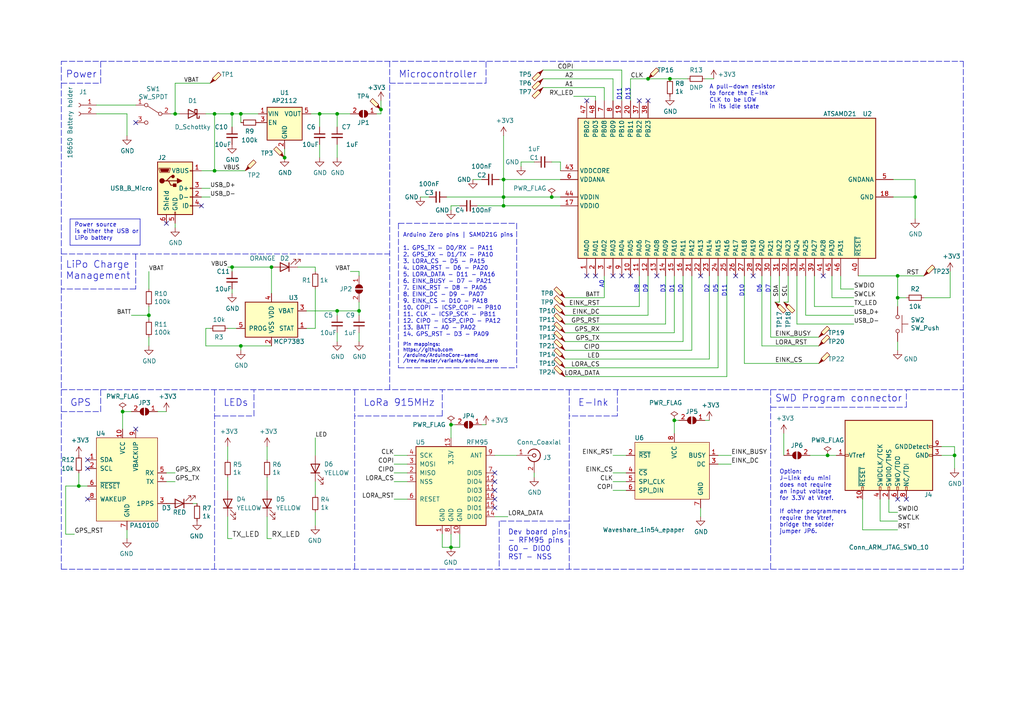
<source format=kicad_sch>
(kicad_sch (version 20211123) (generator eeschema)
  (paper "A4")
  (title_block (title "Oak") (date "2021-10-05") (rev "V1.3.2") (company "Hutscape") (comment 1 "Description: Outdoor LoRa-GPS tracker with E-Ink display") (comment 2 "License: CC-BY-SA 4.0 or TAPR") (comment 3 "Project website: https://hutscape.com/oak") (comment 4 "Authored by: Sayanee Basu <sayanee@gmail.com>"))
  (junction (at 146.05 57.15))
  (junction (at 265.43 57.15))
  (junction (at 104.14 90.17))
  (junction (at 146.05 59.69))
  (junction (at 67.31 33.02))
  (junction (at 130.81 123.19))
  (junction (at 130.81 158.75))
  (junction (at 97.79 33.02))
  (junction (at 67.31 77.47))
  (junction (at 260.35 86.36))
  (junction (at 22.86 140.97))
  (junction (at 78.74 77.47))
  (junction (at 187.96 22.86))
  (junction (at 110.49 31.75))
  (junction (at 276.86 132.08))
  (junction (at 62.23 49.53))
  (junction (at 69.85 33.02))
  (junction (at 82.55 45.72))
  (junction (at 50.8 33.02))
  (junction (at 35.56 119.38))
  (junction (at 160.02 57.15))
  (junction (at 43.18 91.44))
  (junction (at 146.05 52.07))
  (junction (at 194.31 22.86))
  (junction (at 69.85 100.33))
  (junction (at 97.79 90.17))
  (junction (at 62.23 33.02))
  (junction (at 92.71 33.02))
  (junction (at 195.58 121.92))
  (junction (at 240.03 132.08))
  (junction (at 260.35 80.01))
  (no_connect (at 170.18 29.21))
  (no_connect (at 48.26 64.77))
  (no_connect (at 143.51 147.32))
  (no_connect (at 177.8 80.01))
  (no_connect (at 39.37 35.56))
  (no_connect (at 182.88 80.01))
  (no_connect (at 25.4 135.89))
  (no_connect (at 170.18 80.01))
  (no_connect (at 262.89 144.78))
  (no_connect (at 190.5 80.01))
  (no_connect (at 25.4 133.35))
  (no_connect (at 172.72 80.01))
  (no_connect (at 143.51 139.7))
  (no_connect (at 260.35 144.78))
  (no_connect (at 187.96 29.21))
  (no_connect (at 180.34 80.01))
  (no_connect (at 218.44 80.01))
  (no_connect (at 185.42 29.21))
  (no_connect (at 213.36 80.01))
  (no_connect (at 238.76 80.01))
  (no_connect (at 143.51 144.78))
  (no_connect (at 58.42 59.69))
  (no_connect (at 143.51 137.16))
  (no_connect (at 25.4 144.78))
  (no_connect (at 143.51 142.24))
  (no_connect (at 39.37 124.46))
  (no_connect (at 203.2 80.01))
  (wire (pts (xy 50.8 24.13) (xy 60.96 24.13)))
  (wire (pts (xy 104.14 87.63) (xy 104.14 90.17)))
  (polyline (pts (xy 179.07 113.03) (xy 179.07 120.65)))
  (wire (pts (xy 110.49 29.21) (xy 110.49 31.75)))
  (wire (pts (xy 50.8 64.77) (xy 50.8 66.04)))
  (wire (pts (xy 110.49 31.75) (xy 110.49 33.02)))
  (wire (pts (xy 48.26 139.7) (xy 50.8 139.7)))
  (wire (pts (xy 66.04 149.86) (xy 66.04 156.21)))
  (polyline (pts (xy 17.78 24.13) (xy 29.21 24.13)))
  (wire (pts (xy 143.51 132.08) (xy 149.86 132.08)))
  (wire (pts (xy 97.79 90.17) (xy 104.14 90.17)))
  (wire (pts (xy 92.71 33.02) (xy 97.79 33.02)))
  (wire (pts (xy 177.8 139.7) (xy 181.61 139.7)))
  (wire (pts (xy 55.88 146.05) (xy 57.15 146.05)))
  (polyline (pts (xy 39.37 83.82) (xy 17.78 83.82)))
  (wire (pts (xy 67.31 83.82) (xy 67.31 85.09)))
  (wire (pts (xy 242.57 132.08) (xy 240.03 132.08)))
  (polyline (pts (xy 262.89 118.11) (xy 262.89 113.03)))
  (wire (pts (xy 143.51 149.86) (xy 147.32 149.86)))
  (polyline (pts (xy 17.78 165.1) (xy 17.78 17.78)))
  (polyline (pts (xy 62.23 113.03) (xy 62.23 165.1)))
  (wire (pts (xy 128.27 158.75) (xy 130.81 158.75)))
  (wire (pts (xy 146.05 39.37) (xy 146.05 52.07)))
  (wire (pts (xy 151.13 46.99) (xy 151.13 48.26)))
  (wire (pts (xy 243.84 83.82) (xy 247.65 83.82)))
  (wire (pts (xy 146.05 57.15) (xy 146.05 59.69)))
  (wire (pts (xy 200.66 101.6) (xy 163.83 101.6)))
  (polyline (pts (xy 115.57 64.77) (xy 149.86 64.77)))
  (wire (pts (xy 19.05 154.94) (xy 21.59 154.94)))
  (wire (pts (xy 114.3 132.08) (xy 118.11 132.08)))
  (wire (pts (xy 88.9 95.25) (xy 91.44 95.25)))
  (polyline (pts (xy 73.66 120.65) (xy 73.66 113.03)))
  (wire (pts (xy 195.58 121.92) (xy 195.58 125.73)))
  (wire (pts (xy 133.35 59.69) (xy 130.81 59.69)))
  (wire (pts (xy 236.22 88.9) (xy 247.65 88.9)))
  (wire (pts (xy 35.56 119.38) (xy 35.56 124.46)))
  (polyline (pts (xy 113.03 24.13) (xy 140.97 24.13)))
  (wire (pts (xy 260.35 99.06) (xy 260.35 101.6)))
  (wire (pts (xy 265.43 63.5) (xy 265.43 57.15)))
  (wire (pts (xy 250.19 153.67) (xy 260.35 153.67)))
  (wire (pts (xy 86.36 77.47) (xy 91.44 77.47)))
  (wire (pts (xy 180.34 20.32) (xy 157.48 20.32)))
  (wire (pts (xy 97.79 99.06) (xy 97.79 96.52)))
  (wire (pts (xy 97.79 33.02) (xy 101.6 33.02)))
  (wire (pts (xy 163.83 88.9) (xy 185.42 88.9)))
  (wire (pts (xy 50.8 24.13) (xy 50.8 33.02)))
  (wire (pts (xy 193.04 80.01) (xy 193.04 93.98)))
  (wire (pts (xy 154.94 46.99) (xy 151.13 46.99)))
  (wire (pts (xy 276.86 132.08) (xy 276.86 135.89)))
  (wire (pts (xy 227.33 125.73) (xy 227.33 132.08)))
  (polyline (pts (xy 128.27 120.65) (xy 102.87 120.65)))
  (wire (pts (xy 163.83 91.44) (xy 187.96 91.44)))
  (wire (pts (xy 48.26 137.16) (xy 50.8 137.16)))
  (wire (pts (xy 223.52 80.01) (xy 223.52 97.79)))
  (polyline (pts (xy 17.78 119.38) (xy 29.21 119.38)))
  (wire (pts (xy 62.23 49.53) (xy 62.23 33.02)))
  (wire (pts (xy 233.68 80.01) (xy 233.68 91.44)))
  (polyline (pts (xy 39.37 73.66) (xy 39.37 83.82)))
  (wire (pts (xy 185.42 80.01) (xy 185.42 88.9)))
  (wire (pts (xy 66.04 138.43) (xy 66.04 142.24)))
  (wire (pts (xy 187.96 80.01) (xy 187.96 91.44)))
  (wire (pts (xy 166.37 27.94) (xy 172.72 27.94)))
  (wire (pts (xy 160.02 57.15) (xy 162.56 57.15)))
  (wire (pts (xy 205.74 80.01) (xy 205.74 104.14)))
  (wire (pts (xy 226.06 87.63) (xy 224.79 87.63)))
  (wire (pts (xy 52.07 33.02) (xy 50.8 33.02)))
  (wire (pts (xy 226.06 80.01) (xy 226.06 87.63)))
  (wire (pts (xy 163.83 93.98) (xy 193.04 93.98)))
  (wire (pts (xy 208.28 80.01) (xy 208.28 106.68)))
  (wire (pts (xy 91.44 148.59) (xy 91.44 152.4)))
  (wire (pts (xy 198.12 80.01) (xy 198.12 99.06)))
  (wire (pts (xy 250.19 144.78) (xy 250.19 153.67)))
  (wire (pts (xy 259.08 52.07) (xy 265.43 52.07)))
  (wire (pts (xy 162.56 49.53) (xy 162.56 46.99)))
  (wire (pts (xy 172.72 27.94) (xy 172.72 29.21)))
  (wire (pts (xy 204.47 22.86) (xy 207.01 22.86)))
  (wire (pts (xy 60.96 95.25) (xy 59.69 95.25)))
  (wire (pts (xy 260.35 80.01) (xy 267.97 80.01)))
  (wire (pts (xy 43.18 88.9) (xy 43.18 91.44)))
  (wire (pts (xy 273.05 129.54) (xy 276.86 129.54)))
  (polyline (pts (xy 165.1 113.03) (xy 165.1 165.1)))
  (wire (pts (xy 129.54 57.15) (xy 146.05 57.15)))
  (wire (pts (xy 177.8 132.08) (xy 181.61 132.08)))
  (wire (pts (xy 69.85 35.56) (xy 69.85 33.02)))
  (wire (pts (xy 157.48 25.4) (xy 175.26 25.4)))
  (wire (pts (xy 260.35 80.01) (xy 260.35 86.36)))
  (wire (pts (xy 128.27 154.94) (xy 128.27 158.75)))
  (wire (pts (xy 260.35 86.36) (xy 260.35 88.9)))
  (wire (pts (xy 275.59 86.36) (xy 275.59 78.74)))
  (polyline (pts (xy 40.64 71.12) (xy 20.32 71.12)) (stroke (width 0) (type solid)))
  (wire (pts (xy 82.55 43.18) (xy 82.55 45.72)))
  (wire (pts (xy 90.17 33.02) (xy 92.71 33.02)))
  (wire (pts (xy 78.74 77.47) (xy 67.31 77.47)))
  (wire (pts (xy 163.83 99.06) (xy 198.12 99.06)))
  (polyline (pts (xy 113.03 17.78) (xy 113.03 113.03)))
  (wire (pts (xy 257.81 148.59) (xy 260.35 148.59)))
  (polyline (pts (xy 140.97 24.13) (xy 140.97 17.78)))
  (wire (pts (xy 67.31 77.47) (xy 66.04 77.47)))
  (wire (pts (xy 27.94 30.48) (xy 39.37 30.48)))
  (polyline (pts (xy 279.4 17.78) (xy 279.4 165.1)))
  (wire (pts (xy 109.22 33.02) (xy 110.49 33.02)))
  (wire (pts (xy 97.79 91.44) (xy 97.79 90.17)))
  (wire (pts (xy 67.31 77.47) (xy 67.31 78.74)))
  (wire (pts (xy 233.68 91.44) (xy 247.65 91.44)))
  (wire (pts (xy 163.83 86.36) (xy 175.26 86.36)))
  (wire (pts (xy 27.94 33.02) (xy 36.83 33.02)))
  (wire (pts (xy 154.94 137.16) (xy 154.94 138.43)))
  (wire (pts (xy 215.9 80.01) (xy 215.9 105.41)))
  (wire (pts (xy 38.1 119.38) (xy 35.56 119.38)))
  (wire (pts (xy 62.23 33.02) (xy 67.31 33.02)))
  (wire (pts (xy 36.83 33.02) (xy 36.83 39.37)))
  (wire (pts (xy 101.6 78.74) (xy 104.14 78.74)))
  (wire (pts (xy 220.98 100.33) (xy 237.49 100.33)))
  (polyline (pts (xy 29.21 119.38) (xy 29.21 113.03)))
  (polyline (pts (xy 144.78 151.13) (xy 144.78 165.1)))
  (polyline (pts (xy 20.32 71.12) (xy 20.32 63.5)) (stroke (width 0) (type solid)))
  (wire (pts (xy 182.88 22.86) (xy 182.88 29.21)))
  (wire (pts (xy 241.3 80.01) (xy 241.3 86.36)))
  (wire (pts (xy 69.85 100.33) (xy 69.85 101.6)))
  (wire (pts (xy 114.3 139.7) (xy 118.11 139.7)))
  (wire (pts (xy 265.43 57.15) (xy 265.43 52.07)))
  (wire (pts (xy 77.47 156.21) (xy 78.74 156.21)))
  (wire (pts (xy 195.58 121.92) (xy 196.85 121.92)))
  (wire (pts (xy 177.8 29.21) (xy 177.8 22.86)))
  (wire (pts (xy 66.04 129.54) (xy 66.04 133.35)))
  (wire (pts (xy 273.05 132.08) (xy 276.86 132.08)))
  (wire (pts (xy 88.9 90.17) (xy 97.79 90.17)))
  (wire (pts (xy 163.83 104.14) (xy 205.74 104.14)))
  (wire (pts (xy 130.81 59.69) (xy 130.81 60.96)))
  (wire (pts (xy 59.69 100.33) (xy 69.85 100.33)))
  (wire (pts (xy 208.28 134.62) (xy 212.09 134.62)))
  (wire (pts (xy 22.86 140.97) (xy 25.4 140.97)))
  (wire (pts (xy 77.47 129.54) (xy 77.47 133.35)))
  (wire (pts (xy 204.47 121.92) (xy 205.74 121.92)))
  (wire (pts (xy 175.26 29.21) (xy 175.26 25.4)))
  (wire (pts (xy 157.48 22.86) (xy 177.8 22.86)))
  (wire (pts (xy 92.71 33.02) (xy 92.71 36.83)))
  (wire (pts (xy 59.69 33.02) (xy 62.23 33.02)))
  (wire (pts (xy 114.3 144.78) (xy 118.11 144.78)))
  (wire (pts (xy 91.44 139.7) (xy 91.44 143.51)))
  (wire (pts (xy 177.8 142.24) (xy 181.61 142.24)))
  (polyline (pts (xy 115.57 106.68) (xy 149.86 106.68)))
  (polyline (pts (xy 128.27 120.65) (xy 128.27 113.03)))
  (wire (pts (xy 69.85 33.02) (xy 74.93 33.02)))
  (wire (pts (xy 180.34 20.32) (xy 180.34 29.21)))
  (polyline (pts (xy 29.21 24.13) (xy 29.21 17.78)))
  (wire (pts (xy 104.14 90.17) (xy 104.14 91.44)))
  (wire (pts (xy 133.35 158.75) (xy 130.81 158.75)))
  (wire (pts (xy 248.92 80.01) (xy 260.35 80.01)))
  (polyline (pts (xy 223.52 118.11) (xy 262.89 118.11)))
  (wire (pts (xy 236.22 80.01) (xy 236.22 88.9)))
  (wire (pts (xy 49.53 33.02) (xy 50.8 33.02)))
  (wire (pts (xy 137.16 52.07) (xy 139.7 52.07)))
  (wire (pts (xy 130.81 123.19) (xy 130.81 127)))
  (wire (pts (xy 67.31 36.83) (xy 67.31 33.02)))
  (wire (pts (xy 78.74 85.09) (xy 78.74 77.47)))
  (polyline (pts (xy 62.23 120.65) (xy 73.66 120.65)))
  (wire (pts (xy 104.14 99.06) (xy 104.14 96.52)))
  (wire (pts (xy 43.18 91.44) (xy 38.1 91.44)))
  (wire (pts (xy 255.27 144.78) (xy 255.27 151.13)))
  (wire (pts (xy 243.84 80.01) (xy 243.84 83.82)))
  (wire (pts (xy 267.97 86.36) (xy 275.59 86.36)))
  (wire (pts (xy 43.18 78.74) (xy 43.18 83.82)))
  (wire (pts (xy 58.42 54.61) (xy 60.96 54.61)))
  (wire (pts (xy 177.8 137.16) (xy 181.61 137.16)))
  (wire (pts (xy 91.44 77.47) (xy 91.44 78.74)))
  (wire (pts (xy 163.83 109.22) (xy 210.82 109.22)))
  (wire (pts (xy 62.23 49.53) (xy 71.12 49.53)))
  (wire (pts (xy 133.35 154.94) (xy 133.35 158.75)))
  (polyline (pts (xy 165.1 151.13) (xy 144.78 151.13)))
  (polyline (pts (xy 149.86 64.77) (xy 149.86 106.68)))
  (wire (pts (xy 67.31 156.21) (xy 66.04 156.21)))
  (wire (pts (xy 91.44 83.82) (xy 91.44 95.25)))
  (wire (pts (xy 163.83 106.68) (xy 208.28 106.68)))
  (wire (pts (xy 138.43 59.69) (xy 146.05 59.69)))
  (wire (pts (xy 146.05 52.07) (xy 144.78 52.07)))
  (polyline (pts (xy 115.57 64.77) (xy 115.57 106.68)))
  (wire (pts (xy 203.2 147.32) (xy 203.2 149.86)))
  (wire (pts (xy 162.56 46.99) (xy 160.02 46.99)))
  (polyline (pts (xy 102.87 113.03) (xy 102.87 165.1)))
  (wire (pts (xy 36.83 153.67) (xy 36.83 156.21)))
  (wire (pts (xy 228.6 80.01) (xy 228.6 87.63)))
  (wire (pts (xy 43.18 97.79) (xy 43.18 100.33)))
  (wire (pts (xy 276.86 129.54) (xy 276.86 132.08)))
  (wire (pts (xy 121.92 57.15) (xy 124.46 57.15)))
  (wire (pts (xy 146.05 59.69) (xy 162.56 59.69)))
  (wire (pts (xy 255.27 151.13) (xy 260.35 151.13)))
  (wire (pts (xy 210.82 80.01) (xy 210.82 109.22)))
  (wire (pts (xy 77.47 138.43) (xy 77.47 142.24)))
  (wire (pts (xy 162.56 52.07) (xy 146.05 52.07)))
  (wire (pts (xy 19.05 140.97) (xy 19.05 154.94)))
  (wire (pts (xy 195.58 80.01) (xy 195.58 96.52)))
  (wire (pts (xy 97.79 41.91) (xy 97.79 45.72)))
  (wire (pts (xy 228.6 87.63) (xy 227.33 87.63)))
  (wire (pts (xy 260.35 86.36) (xy 262.89 86.36)))
  (wire (pts (xy 114.3 137.16) (xy 118.11 137.16)))
  (wire (pts (xy 146.05 52.07) (xy 146.05 57.15)))
  (polyline (pts (xy 40.64 63.5) (xy 40.64 71.12)) (stroke (width 0) (type solid)))
  (wire (pts (xy 215.9 105.41) (xy 237.49 105.41)))
  (polyline (pts (xy 17.78 73.66) (xy 113.03 73.66)))
  (wire (pts (xy 69.85 100.33) (xy 78.74 100.33)))
  (wire (pts (xy 48.26 119.38) (xy 45.72 119.38)))
  (wire (pts (xy 223.52 97.79) (xy 237.49 97.79)))
  (wire (pts (xy 259.08 57.15) (xy 265.43 57.15)))
  (polyline (pts (xy 179.07 120.65) (xy 165.1 120.65)))
  (wire (pts (xy 58.42 57.15) (xy 60.96 57.15)))
  (wire (pts (xy 43.18 91.44) (xy 43.18 92.71)))
  (wire (pts (xy 208.28 132.08) (xy 212.09 132.08)))
  (wire (pts (xy 146.05 57.15) (xy 160.02 57.15)))
  (wire (pts (xy 104.14 78.74) (xy 104.14 80.01)))
  (wire (pts (xy 92.71 41.91) (xy 92.71 45.72)))
  (wire (pts (xy 140.97 123.19) (xy 139.7 123.19)))
  (wire (pts (xy 234.95 132.08) (xy 240.03 132.08)))
  (wire (pts (xy 257.81 144.78) (xy 257.81 148.59)))
  (polyline (pts (xy 17.78 165.1) (xy 279.4 165.1)))
  (wire (pts (xy 163.83 96.52) (xy 195.58 96.52)))
  (polyline (pts (xy 17.78 17.78) (xy 279.4 17.78)))
  (wire (pts (xy 231.14 80.01) (xy 231.14 93.98)))
  (wire (pts (xy 58.42 49.53) (xy 62.23 49.53)))
  (wire (pts (xy 132.08 123.19) (xy 130.81 123.19)))
  (wire (pts (xy 194.31 22.86) (xy 199.39 22.86)))
  (wire (pts (xy 91.44 127) (xy 91.44 132.08)))
  (wire (pts (xy 187.96 22.86) (xy 194.31 22.86)))
  (polyline (pts (xy 223.52 113.03) (xy 223.52 165.1)))
  (wire (pts (xy 182.88 22.86) (xy 187.96 22.86)))
  (wire (pts (xy 59.69 95.25) (xy 59.69 100.33)))
  (polyline (pts (xy 20.32 63.5) (xy 40.64 63.5)) (stroke (width 0) (type solid)))
  (wire (pts (xy 22.86 137.16) (xy 22.86 140.97)))
  (wire (pts (xy 97.79 33.02) (xy 97.79 36.83)))
  (wire (pts (xy 130.81 154.94) (xy 130.81 158.75)))
  (wire (pts (xy 200.66 80.01) (xy 200.66 101.6)))
  (wire (pts (xy 231.14 93.98) (xy 247.65 93.98)))
  (polyline (pts (xy 17.78 113.03) (xy 279.4 113.03)))
  (wire (pts (xy 22.86 140.97) (xy 19.05 140.97)))
  (wire (pts (xy 77.47 149.86) (xy 77.47 156.21)))
  (wire (pts (xy 220.98 80.01) (xy 220.98 100.33)))
  (wire (pts (xy 67.31 33.02) (xy 69.85 33.02)))
  (wire (pts (xy 241.3 86.36) (xy 247.65 86.36)))
  (wire (pts (xy 175.26 80.01) (xy 175.26 86.36)))
  (wire (pts (xy 68.58 95.25) (xy 66.04 95.25)))
  (wire (pts (xy 114.3 134.62) (xy 118.11 134.62)))
  (text "D5" (at 208.28 82.55 270) (effects (font (size 1.1938 1.1938)) (justify right bottom)))
  (text "D3" (at 193.04 82.55 270) (effects (font (size 1.1938 1.1938)) (justify right bottom)))
  (text "LoRa 915MHz" (at 105.41 118.11 0) (effects (font (size 2.0066 2.0066)) (justify left bottom)))
  (text "Power" (at 19.05 22.86 0) (effects (font (size 2.0066 2.0066)) (justify left bottom)))
  (text "D1" (at 195.58 82.55 270) (effects (font (size 1.1938 1.1938)) (justify right bottom)))
  (text "Arduino Zero pins | SAMD21G pins\n\n1. GPS_TX - D0/RX - PA11\n2. GPS_RX - D1/TX - PA10\n3. LORA_CS - D5 - PA15\n4. LORA_RST - D6 - PA20\n5. LORA_DATA - D11 - PA16\n6. EINK_BUSY - D7 - PA21\n7. EINK_RST - D8 - PA06\n8. EINK_DC - D9 - PA07\n9. EINK_CS - D10 - PA18\n10. COPI - ICSP_COPI - PB10\n11. CLK - ICSP_SCK - PB11\n12. CIPO - ICSP_CIPO - PA12\n13. BATT - A0 - PA02\n14. GPS_RST - D3 - PA09" (at 116.84 97.79 0) (effects (font (size 1.1938 1.1938)) (justify left bottom)))
  (text "Dev board pins \n- RFM95 pins\nG0 - DIO0\nRST - NSS" (at 147.32 162.56 0) (effects (font (size 1.4986 1.4986)) (justify left bottom)))
  (text "D9" (at 187.96 82.55 270) (effects (font (size 1.1938 1.1938)) (justify right bottom)))
  (text "SWD Program connector" (at 224.79 116.84 0) (effects (font (size 2.0066 2.0066)) (justify left bottom)))
  (text "Microcontroller" (at 115.57 22.86 0) (effects (font (size 2.0066 2.0066)) (justify left bottom)))
  (text "Power source \nis either the USB or\nLiPo battery" (at 21.59 69.85 0) (effects (font (size 1.1938 1.1938)) (justify left bottom)))
  (text "D7" (at 223.52 82.55 270) (effects (font (size 1.1938 1.1938)) (justify right bottom)))
  (text "D2" (at 205.74 82.55 270) (effects (font (size 1.1938 1.1938)) (justify right bottom)))
  (text "A pull-down resistor\nto force the E-Ink\nCLK to be LOW\nin its idle state" (at 205.74 31.75 0) (effects (font (size 1.1938 1.1938)) (justify left bottom)))
  (text "D6" (at 220.98 82.55 270) (effects (font (size 1.1938 1.1938)) (justify right bottom)))
  (text "D0" (at 198.12 82.55 270) (effects (font (size 1.1938 1.1938)) (justify right bottom)))
  (text "D13" (at 182.88 29.21 90) (effects (font (size 1.1938 1.1938)) (justify left bottom)))
  (text "D8" (at 185.42 82.55 270) (effects (font (size 1.1938 1.1938)) (justify right bottom)))
  (text "Pin mappings: \nhttps://github.com\n/arduino/ArduinoCore-samd\n/tree/master/variants/arduino_zero" (at 116.84 105.41 0) (effects (font (size 0.9906 0.9906)) (justify left bottom)))
  (text "GPS" (at 20.32 118.11 0) (effects (font (size 2.0066 2.0066)) (justify left bottom)))
  (text "A0" (at 175.26 81.28 270) (effects (font (size 1.1938 1.1938)) (justify right bottom)))
  (text "LEDs" (at 64.77 118.11 0) (effects (font (size 2.0066 2.0066)) (justify left bottom)))
  (text "LiPo Charge\nManagement" (at 19.05 81.28 0) (effects (font (size 2.0066 2.0066)) (justify left bottom)))
  (text "E-Ink" (at 167.64 118.11 0) (effects (font (size 2.0066 2.0066)) (justify left bottom)))
  (text "Option:\nJ-Link edu mini\ndoes not require\nan input voltage\nfor 3.3V at Vtref.\n\nIf other programmers\nrequire the Vtref, \nbridge the solder \njumper JP6." (at 226.06 154.94 0) (effects (font (size 1.1938 1.1938)) (justify left bottom)))
  (text "D10" (at 215.9 82.55 270) (effects (font (size 1.1938 1.1938)) (justify right bottom)))
  (text "D11" (at 210.82 82.55 270) (effects (font (size 1.1938 1.1938)) (justify right bottom)))
  (text "D11" (at 180.34 29.21 90) (effects (font (size 1.1938 1.1938)) (justify left bottom)))
  (label "LORA_DATA" (at 173.99 109.22 180))
  (label "EINK_DC" (at 212.09 134.62 0))
  (label "GPS_TX" (at 50.8 139.7 0))
  (label "SWDIO" (at 247.65 83.82 0))
  (label "A2" (at 166.37 22.86 180))
  (label "VBUS" (at 64.77 49.53 0) (effects (font (size 1.1938 1.1938))))
  (label "USB_D-" (at 247.65 93.98 0) (effects (font (size 1.1938 1.1938))))
  (label "LORA_RST" (at 114.3 144.78 180))
  (label "COPI" (at 177.8 142.24 180))
  (label "COPI" (at 166.37 20.32 180))
  (label "LORA_DATA" (at 147.32 149.86 0))
  (label "GPS_RX" (at 173.99 96.52 180))
  (label "VBAT" (at 101.6 78.74 180) (effects (font (size 1.1938 1.1938))))
  (label "CLK" (at 114.3 132.08 180))
  (label "GPS_TX" (at 173.99 99.06 180))
  (label "EINK_CS" (at 224.79 105.41 0))
  (label "LED" (at 91.44 127 0) (effects (font (size 1.1938 1.1938))))
  (label "RST" (at 260.35 153.67 0))
  (label "RX_LED" (at 78.74 156.21 0) (effects (font (size 1.4986 1.4986))))
  (label "CLK" (at 177.8 139.7 180))
  (label "USB_D+" (at 60.96 54.61 0) (effects (font (size 1.1938 1.1938))))
  (label "USB_D-" (at 60.96 57.15 0) (effects (font (size 1.1938 1.1938))))
  (label "CLK" (at 182.88 22.86 0))
  (label "LORA_CS" (at 114.3 139.7 180))
  (label "TX_LED" (at 67.31 156.21 0) (effects (font (size 1.4986 1.4986))))
  (label "EINK_RST" (at 177.8 132.08 180))
  (label "EINK_RST" (at 173.99 88.9 180))
  (label "RST" (at 262.89 80.01 0))
  (label "SWDIO" (at 260.35 148.59 0))
  (label "VBUS" (at 66.04 77.47 180) (effects (font (size 1.1938 1.1938))))
  (label "A1" (at 166.37 25.4 180))
  (label "SWCLK" (at 260.35 151.13 0))
  (label "TX_LED" (at 247.65 88.9 0))
  (label "VBAT" (at 43.18 78.74 0) (effects (font (size 1.1938 1.1938))))
  (label "BATT" (at 173.99 86.36 180) (effects (font (size 1.1938 1.1938))))
  (label "GPS_RX" (at 50.8 137.16 0))
  (label "EINK_BUSY" (at 212.09 132.08 0))
  (label "EINK_BUSY" (at 224.79 97.79 0))
  (label "COPI" (at 114.3 134.62 180))
  (label "LED" (at 173.99 104.14 180))
  (label "BATT" (at 38.1 91.44 180) (effects (font (size 1.1938 1.1938))))
  (label "GPS_RST" (at 173.99 93.98 180))
  (label "CIPO" (at 114.3 137.16 180))
  (label "USB_D+" (at 247.65 91.44 0) (effects (font (size 1.1938 1.1938))))
  (label "CIPO" (at 173.99 101.6 180))
  (label "LORA_RST" (at 224.79 100.33 0))
  (label "GPS_RST" (at 21.59 154.94 0))
  (label "EINK_CS" (at 177.8 137.16 180))
  (label "SWCLK" (at 247.65 86.36 0))
  (label "LORA_CS" (at 173.99 106.68 180))
  (label "RX_LED" (at 166.37 27.94 180))
  (label "VBAT" (at 53.34 24.13 0) (effects (font (size 1.1938 1.1938))))
  (label "SDA" (at 226.06 82.55 270) (effects (font (size 1.1938 1.1938))))
  (label "SCL" (at 228.6 82.55 270) (effects (font (size 1.1938 1.1938))))
  (label "EINK_DC" (at 173.99 91.44 180))
  (symbol (lib_id "E-Ink:Waveshare_1in54_epaper") (at 195.58 137.16 0) (unit 1)
    (property "Reference" "U6" (at 185.42 127 0))
    (property "Value" "Waveshare_1in54_epaper" (at 186.69 153.67 0))
    (property "Footprint" "Waveshare_1.54_E-ink:Waveshare_1.54_E-Ink" (effects hide))
    (property "Datasheet" "https://www.waveshare.com/1.54inch-e-Paper-Module.htm" (effects hide))
    (property "MPN" "614961950511" (effects hide))
    (property "Link" "https://www.waveshare.com/1.54inch-e-Paper-Module.htm" (effects hide))
    (property "MOQ" "1" (effects hide))
    (property "Package" "Module" (effects hide))
    (property "Unit" "21.21" (effects hide))
    (property "Vendor" "Waveshare" (effects hide))
    (property "Manufacturer" "Waveshare" (effects hide))
    (property "Category" "Electronics" (effects hide))
    (property "Stock" "boxC-boards-025" (effects hide))
  )
  (symbol (lib_id "power:+3V3") (at 205.74 121.92 0) (unit 1)
    (property "Reference" "#PWR017" (effects hide))
    (property "Value" "+3V3" (at 206.121 117.5258 0))
  )
  (symbol (lib_id "power:GND") (at 203.2 149.86 0) (unit 1)
    (property "Reference" "#PWR023" (effects hide))
    (property "Value" "GND" (at 203.327 154.2542 0))
  )
  (symbol (lib_id "CDTop_PA1010D_GPS:PA1010D") (at 36.83 138.43 0) (unit 1)
    (property "Reference" "U4" (at 29.21 125.73 0))
    (property "Value" "PA1010D" (at 41.91 152.4 0))
    (property "Footprint" "CDTop_PA1010D_GPS:CDTop_MT3333_PA1010D" (effects hide))
    (property "Datasheet" "https://drive.google.com/file/d/1O-9RGAwgs2fgtnzJRBa9eB1fAqJt7n_k/view" (effects hide))
    (property "MPN" "PA1010D" (effects hide))
    (property "Link" "https://www.cdtop-tech.com/products/pa1010d" (effects hide))
    (property "Package" "SMD" (effects hide))
    (property "Stock" "boxA-51" (effects hide))
    (property "Unit" "12.00" (effects hide))
    (property "Vendor" "CDTop" (effects hide))
    (property "MOQ" "1" (effects hide))
    (property "Manufacturer" "CDTop" (effects hide))
    (property "Category" "Electronics" (effects hide))
  )
  (symbol (lib_id "power:+3V3") (at 48.26 119.38 0) (unit 1)
    (property "Reference" "#PWR015" (effects hide))
    (property "Value" "+3V3" (at 48.641 114.9858 0))
  )
  (symbol (lib_id "power:GND") (at 36.83 156.21 0) (mirror y) (unit 1)
    (property "Reference" "#PWR024" (effects hide))
    (property "Value" "GND" (at 36.703 160.6042 0))
  )
  (symbol (lib_id "power:+3V3") (at 140.97 123.19 0) (unit 1)
    (property "Reference" "#PWR016" (effects hide))
    (property "Value" "+3V3" (at 144.78 121.92 0))
  )
  (symbol (lib_id "power:GND") (at 130.81 158.75 0) (mirror y) (unit 1)
    (property "Reference" "#PWR025" (effects hide))
    (property "Value" "GND" (at 130.683 163.1442 0))
  )
  (symbol (lib_id "MCU_Microchip_SAMD:ATSAMD21G18A-AUT") (at 210.82 54.61 90) (unit 1)
    (property "Reference" "U2" (at 250.19 33.02 90) (effects (justify right)))
    (property "Value" "ATSAMD21" (at 238.76 33.02 90) (effects (justify right)))
    (property "Footprint" "Package_QFP:TQFP-48_7x7mm_P0.5mm" (effects hide))
    (property "Datasheet" "http://ww1.microchip.com/downloads/en/DeviceDoc/SAM_D21_DA1_Family_Data%20Sheet_DS40001882E.pdf" (effects hide))
    (property "MPN" "ATSAMD21G18A-AU" (effects hide))
    (property "Link" "https://lcsc.com/product-detail/ATMEL-AVR_Microchip-Tech-ATSAMD21G18A-AU_C78624.html" (effects hide))
    (property "MOQ" "1" (effects hide))
    (property "Package" "TQFP-48" (effects hide))
    (property "Stock" "boxA-59 " (effects hide))
    (property "Unit" "4.9012" (effects hide))
    (property "Vendor" "LCSC" (effects hide))
    (property "Manufacturer" "Atmel" (effects hide))
    (property "Category" "Electronics" (effects hide))
  )
  (symbol (lib_id "power:GND") (at 265.43 63.5 0) (unit 1)
    (property "Reference" "#PWR09" (effects hide))
    (property "Value" "GND" (at 265.557 67.8942 0))
  )
  (symbol (lib_id "Device:C_Small") (at 157.48 46.99 90) (unit 1)
    (property "Reference" "C1" (at 154.94 45.72 90))
    (property "Value" "1uF" (at 154.94 43.18 90))
    (property "Footprint" "Passives_0805:C_0805_2012Metric_Pad1.15x1.40mm_HandSolder" (effects hide))
    (property "Datasheet" "https://api.kemet.com/component-edge/download/specsheet/C0805C105K3RACTU.pdf" (effects hide))
    (property "MPN" "C0805C105K3RACTU" (effects hide))
    (property "Package" "0805" (effects hide))
    (property "Link" "https://sg.element14.com/kemet/c0805c105k3ractu/cap-1-f-25v-10-x7r-0805/dp/1637035" (effects hide))
    (property "MOQ" "10" (effects hide))
    (property "Unit" "0.156 " (effects hide))
    (property "Vendor" "Element14" (effects hide))
    (property "Manufacturer" "Kemet" (effects hide))
    (property "Category" "Electronics" (effects hide))
    (property "Stock" "boxB-186" (effects hide))
  )
  (symbol (lib_id "power:GND") (at 151.13 48.26 0) (unit 1)
    (property "Reference" "#PWR05" (effects hide))
    (property "Value" "GND" (at 148.59 46.99 0))
  )
  (symbol (lib_id "Device:C_Small") (at 142.24 52.07 270) (unit 1)
    (property "Reference" "C2" (at 139.7 50.8 90))
    (property "Value" "100nF" (at 139.7 48.26 90))
    (property "Footprint" "Passives_0805:C_0805_2012Metric_Pad1.15x1.40mm_HandSolder" (effects hide))
    (property "Datasheet" "http://www.farnell.com/datasheets/2048170.pdf" (effects hide))
    (property "MPN" "GCM21BR72A104KA37L" (effects hide))
    (property "Package" "0805" (effects hide))
    (property "Link" "https://sg.element14.com/murata/gcm21br72a104ka37l/cap-0-1-f-100v-10-x7r-0805/dp/2470440" (effects hide))
    (property "MOQ" "5" (effects hide))
    (property "Stock" "boxA-53" (effects hide))
    (property "Unit" "0.207" (effects hide))
    (property "Vendor" "Element14" (effects hide))
    (property "Manufacturer" "Murata" (effects hide))
    (property "Category" "Electronics" (effects hide))
  )
  (symbol (lib_id "power:GND") (at 137.16 52.07 0) (unit 1)
    (property "Reference" "#PWR06" (effects hide))
    (property "Value" "GND" (at 134.62 52.07 0))
  )
  (symbol (lib_id "Device:R_Small") (at 265.43 86.36 270) (unit 1)
    (property "Reference" "R2" (at 265.43 83.82 90))
    (property "Value" "10k" (at 265.43 88.9 90))
    (property "Footprint" "Passives_0805:R_0805_2012Metric_Pad1.15x1.40mm_HandSolder" (effects hide))
    (property "Datasheet" "https://www.mouser.sg/datasheet/2/427/crcwce3-1223726.pdf" (effects hide))
    (property "Link" "https://www.mouser.sg/ProductDetail/Vishay-Dale/CRCW080510K0FKEAC?qs=E3Y5ESvWgWORadmUijPtxQ==" (effects hide))
    (property "MOQ" "1" (effects hide))
    (property "MPN" "CRCW080510K0FKEAC" (effects hide))
    (property "Package" "0805" (effects hide))
    (property "Stock" "boxA-31" (effects hide))
    (property "Unit" "0.148" (effects hide))
    (property "Vendor" "Mouser" (effects hide))
    (property "Manufacturer" "Vishay" (effects hide))
    (property "Category" "Electronics" (effects hide))
  )
  (symbol (lib_id "Connector:Conn_ARM_JTAG_SWD_10") (at 257.81 132.08 90) (mirror x) (unit 1)
    (property "Reference" "J4" (at 269.24 143.51 90))
    (property "Value" "Conn_ARM_JTAG_SWD_10" (at 257.81 158.75 90))
    (property "Footprint" "Connector_PinHeader_1.27mm:PinHeader_2x05_P1.27mm_Vertical_SMD" (effects hide))
    (property "Datasheet" "http://www.farnell.com/datasheets/1992056.pdf" (effects hide))
    (property "Link" "https://sg.element14.com/samtec/ftsh-105-01-l-dv/header-1-27mm-smd-10way/dp/1667759" (effects hide))
    (property "MOQ" "1" (effects hide))
    (property "MPN" "FTSH-105-01-L-DV" (effects hide))
    (property "Package" "SMD" (effects hide))
    (property "Unit" "2.20" (effects hide))
    (property "Vendor" "Element14" (effects hide))
    (property "Manufacturer" "Samtec" (effects hide))
    (property "Category" "Connector" (effects hide))
    (property "Stock" "boxC-boards-017" (effects hide))
  )
  (symbol (lib_id "Switch:SW_Push") (at 260.35 93.98 270) (unit 1)
    (property "Reference" "SW2" (at 264.1092 92.8116 90) (effects (justify left)))
    (property "Value" "SW_Push" (at 264.1092 95.123 90) (effects (justify left)))
    (property "Footprint" "Push_Button:Tactile_pushbutton" (effects hide))
    (property "Datasheet" "https://www.aliexpress.com/item/32645332799.html" (effects hide))
    (property "Link" "https://www.aliexpress.com/item/32645332799.html" (effects hide))
    (property "MOQ" "10" (effects hide))
    (property "MPN" "RTLECS Tactile side-actuated switch" (effects hide))
    (property "Package" "SMD" (effects hide))
    (property "Stock" "boxA-14" (effects hide))
    (property "Unit" "0.19" (effects hide))
    (property "Vendor" "AliExpress" (effects hide))
    (property "Manufacturer" "RTLECS" (effects hide))
    (property "Category" "Switch" (effects hide))
  )
  (symbol (lib_id "power:GND") (at 260.35 101.6 0) (unit 1)
    (property "Reference" "#PWR014" (effects hide))
    (property "Value" "GND" (at 264.16 104.14 0))
  )
  (symbol (lib_id "Device:C_Small") (at 127 57.15 270) (unit 1)
    (property "Reference" "C3" (at 124.46 55.88 90))
    (property "Value" "100nF" (at 124.46 53.34 90))
    (property "Footprint" "Passives_0805:C_0805_2012Metric_Pad1.15x1.40mm_HandSolder" (effects hide))
    (property "Datasheet" "http://www.farnell.com/datasheets/2048170.pdf" (effects hide))
    (property "MPN" "GCM21BR72A104KA37L" (effects hide))
    (property "Package" "0805" (effects hide))
    (property "Link" "https://sg.element14.com/murata/gcm21br72a104ka37l/cap-0-1-f-100v-10-x7r-0805/dp/2470440" (effects hide))
    (property "MOQ" "5" (effects hide))
    (property "Stock" "boxA-53" (effects hide))
    (property "Unit" "0.207" (effects hide))
    (property "Vendor" "Element14" (effects hide))
    (property "Manufacturer" "Murata" (effects hide))
    (property "Category" "Electronics" (effects hide))
  )
  (symbol (lib_id "power:+3V3") (at 275.59 78.74 0) (unit 1)
    (property "Reference" "#PWR011" (effects hide))
    (property "Value" "+3V3" (at 275.971 74.3458 0))
  )
  (symbol (lib_id "power:GND") (at 121.92 57.15 0) (unit 1)
    (property "Reference" "#PWR07" (effects hide))
    (property "Value" "GND" (at 119.38 57.15 0))
  )
  (symbol (lib_id "Device:C_Small") (at 135.89 59.69 270) (unit 1)
    (property "Reference" "C4" (at 133.35 60.96 90))
    (property "Value" "100nF" (at 139.7 60.96 90))
    (property "Footprint" "Passives_0805:C_0805_2012Metric_Pad1.15x1.40mm_HandSolder" (effects hide))
    (property "Datasheet" "http://www.farnell.com/datasheets/2048170.pdf" (effects hide))
    (property "MPN" "GCM21BR72A104KA37L" (effects hide))
    (property "Package" "0805" (effects hide))
    (property "Link" "https://sg.element14.com/murata/gcm21br72a104ka37l/cap-0-1-f-100v-10-x7r-0805/dp/2470440" (effects hide))
    (property "MOQ" "5" (effects hide))
    (property "Stock" "boxA-53" (effects hide))
    (property "Unit" "0.207" (effects hide))
    (property "Vendor" "Element14" (effects hide))
    (property "Manufacturer" "Murata" (effects hide))
    (property "Category" "Electronics" (effects hide))
  )
  (symbol (lib_id "power:GND") (at 130.81 60.96 0) (unit 1)
    (property "Reference" "#PWR08" (effects hide))
    (property "Value" "GND" (at 128.27 60.96 0))
  )
  (symbol (lib_id "power:+3V3") (at 146.05 39.37 0) (unit 1)
    (property "Reference" "#PWR03" (effects hide))
    (property "Value" "+3V3" (at 146.431 34.9758 0))
  )
  (symbol (lib_id "power:+3V3") (at 66.04 129.54 0) (unit 1)
    (property "Reference" "#PWR018" (effects hide))
    (property "Value" "+3V3" (at 66.421 125.1458 0))
  )
  (symbol (lib_id "Device:R_Small") (at 66.04 135.89 0) (unit 1)
    (property "Reference" "R5" (at 67.5386 134.7216 0) (effects (justify left)))
    (property "Value" "1k" (at 67.5386 137.033 0) (effects (justify left)))
    (property "Footprint" "Passives_0805:R_0805_2012Metric_Pad1.15x1.40mm_HandSolder" (effects hide))
    (property "Datasheet" "http://www.farnell.com/datasheets/2563624.pdf" (effects hide))
    (property "Link" "https://sg.element14.com/multicomp/mcwr08x1001ftl/res-1k-1-0-125w-0805-thick-film/dp/2447587" (effects hide))
    (property "MOQ" "10" (effects hide))
    (property "MPN" "MCWR08X1001FTL" (effects hide))
    (property "Package" "0805" (effects hide))
    (property "Stock" "boxA-18" (effects hide))
    (property "Unit" "0.012" (effects hide))
    (property "Vendor" "Element14" (effects hide))
    (property "Manufacturer" "Multicomp" (effects hide))
    (property "Category" "Electronics" (effects hide))
  )
  (symbol (lib_id "Device:LED") (at 66.04 146.05 90) (unit 1)
    (property "Reference" "D4" (at 68.58 144.78 90) (effects (justify right)))
    (property "Value" "YELLOW" (at 68.58 147.32 90) (effects (justify right)))
    (property "Footprint" "Passives_0805:LED_0805_2012Metric_Pad1.15x1.40mm_HandSolder" (effects hide))
    (property "Datasheet" "https://datasheet.lcsc.com/szlcsc/1810051702_Everlight-Elec-17-215UYC-S530-A3-TR8_C72036.pdf" (effects hide))
    (property "Link" "https://lcsc.com/product-detail/Light-Emitting-Diodes-LED_0805-Yellow-light_C72036.html" (effects hide))
    (property "MOQ" "10" (effects hide))
    (property "MPN" "17-215UYC/S530-A3/TR8" (effects hide))
    (property "Package" "0805" (effects hide))
    (property "Stock" "boxA-54" (effects hide))
    (property "Unit" "0.0624" (effects hide))
    (property "Vendor" "LCSC" (effects hide))
    (property "Manufacturer" "Everlight" (effects hide))
    (property "Category" "Electronics" (effects hide))
  )
  (symbol (lib_id "power:+3V3") (at 227.33 125.73 0) (unit 1)
    (property "Reference" "#PWR026" (effects hide))
    (property "Value" "+3V3" (at 227.711 121.3358 0))
  )
  (symbol (lib_id "power:+3V3") (at 77.47 129.54 0) (unit 1)
    (property "Reference" "#PWR019" (effects hide))
    (property "Value" "+3V3" (at 77.851 125.1458 0))
  )
  (symbol (lib_id "Device:R_Small") (at 77.47 135.89 0) (unit 1)
    (property "Reference" "R6" (at 78.9686 134.7216 0) (effects (justify left)))
    (property "Value" "1k" (at 78.9686 137.033 0) (effects (justify left)))
    (property "Footprint" "Passives_0805:R_0805_2012Metric_Pad1.15x1.40mm_HandSolder" (effects hide))
    (property "Datasheet" "http://www.farnell.com/datasheets/2563624.pdf" (effects hide))
    (property "Link" "https://sg.element14.com/multicomp/mcwr08x1001ftl/res-1k-1-0-125w-0805-thick-film/dp/2447587" (effects hide))
    (property "MOQ" "10" (effects hide))
    (property "MPN" "MCWR08X1001FTL" (effects hide))
    (property "Package" "0805" (effects hide))
    (property "Stock" "boxA-18" (effects hide))
    (property "Unit" "0.012" (effects hide))
    (property "Vendor" "Element14" (effects hide))
    (property "Manufacturer" "Multicomp" (effects hide))
    (property "Category" "Electronics" (effects hide))
  )
  (symbol (lib_id "Device:LED") (at 77.47 146.05 90) (unit 1)
    (property "Reference" "D5" (at 80.01 144.78 90) (effects (justify right)))
    (property "Value" "YELLOW" (at 80.01 147.32 90) (effects (justify right)))
    (property "Footprint" "Passives_0805:LED_0805_2012Metric_Pad1.15x1.40mm_HandSolder" (effects hide))
    (property "Datasheet" "https://datasheet.lcsc.com/szlcsc/1810051702_Everlight-Elec-17-215UYC-S530-A3-TR8_C72036.pdf" (effects hide))
    (property "Link" "https://lcsc.com/product-detail/Light-Emitting-Diodes-LED_0805-Yellow-light_C72036.html" (effects hide))
    (property "MOQ" "10" (effects hide))
    (property "MPN" "17-215UYC/S530-A3/TR8" (effects hide))
    (property "Package" "0805" (effects hide))
    (property "Stock" "boxA-54" (effects hide))
    (property "Unit" "0.0624" (effects hide))
    (property "Vendor" "LCSC" (effects hide))
    (property "Manufacturer" "Everlight" (effects hide))
    (property "Category" "Electronics" (effects hide))
  )
  (symbol (lib_id "power:GND") (at 276.86 135.89 0) (unit 1)
    (property "Reference" "#PWR027" (effects hide))
    (property "Value" "GND" (at 276.987 140.2842 0))
  )
  (symbol (lib_id "Device:R_Small") (at 194.31 25.4 0) (unit 1)
    (property "Reference" "R8" (at 195.8086 24.2316 0) (effects (justify left)))
    (property "Value" "1k" (at 195.8086 26.543 0) (effects (justify left)))
    (property "Footprint" "Passives_0805:R_0805_2012Metric_Pad1.15x1.40mm_HandSolder" (effects hide))
    (property "Datasheet" "http://www.farnell.com/datasheets/2563624.pdf" (effects hide))
    (property "Link" "https://sg.element14.com/multicomp/mcwr08x1001ftl/res-1k-1-0-125w-0805-thick-film/dp/2447587" (effects hide))
    (property "MOQ" "10" (effects hide))
    (property "MPN" "MCWR08X1001FTL" (effects hide))
    (property "Package" "0805" (effects hide))
    (property "Stock" "boxA-18" (effects hide))
    (property "Unit" "0.012" (effects hide))
    (property "Vendor" "Element14" (effects hide))
    (property "Manufacturer" "Multicomp" (effects hide))
    (property "Category" "Electronics" (effects hide))
  )
  (symbol (lib_id "power:GND") (at 194.31 27.94 0) (unit 1)
    (property "Reference" "#PWR022" (effects hide))
    (property "Value" "GND" (at 194.437 32.3342 0))
  )
  (symbol (lib_id "Connector:Conn_Coaxial") (at 154.94 132.08 0) (unit 1)
    (property "Reference" "J3" (at 157.48 132.715 0) (effects (justify left)))
    (property "Value" "Conn_Coaxial" (at 149.86 128.27 0) (effects (justify left)))
    (property "Footprint" "Connector_Coaxial:SMA_Samtec_SMA-J-P-X-ST-EM1_EdgeMount" (effects hide))
    (property "Datasheet" "http://www.farnell.com/datasheets/1662283.pdf" (effects hide))
    (property "Link" "https://sg.element14.com/multicomp/19-70-4-tgg/rf-coaxial-sma-straight-jack-50ohm/dp/1342653" (effects hide))
    (property "MOQ" "1" (effects hide))
    (property "MPN" "MP-19-70-4-TGG" (effects hide))
    (property "Package" "PCB Mount" (effects hide))
    (property "Unit" "5.16" (effects hide))
    (property "Vendor" "Element14" (effects hide))
    (property "Manufacturer" "Multicomp" (effects hide))
    (property "Category" "Connector" (effects hide))
    (property "Stock" "boxB-185" (effects hide))
  )
  (symbol (lib_id "power:GND") (at 154.94 138.43 0) (unit 1)
    (property "Reference" "#PWR020" (effects hide))
    (property "Value" "GND" (at 155.067 142.8242 0))
  )
  (symbol (lib_id "Device:LED") (at 52.07 146.05 180) (unit 1)
    (property "Reference" "D3" (at 48.26 147.32 0))
    (property "Value" "RED" (at 52.07 148.59 0))
    (property "Footprint" "Passives_0805:LED_0805_2012Metric_Pad1.15x1.40mm_HandSolder" (effects hide))
    (property "Datasheet" "http://www.farnell.com/datasheets/2861594.pdf" (effects hide))
    (property "Link" "https://sg.element14.com/multicomp/mcl-s270src/led-smd-0805-super-red/dp/1581239" (effects hide))
    (property "MOQ" "5" (effects hide))
    (property "MPN" "MCL-S270SRC" (effects hide))
    (property "Package" "0805" (effects hide))
    (property "Unit" "0.134" (effects hide))
    (property "Vendor" "Element14" (effects hide))
    (property "Manufacturer" "Multicomp" (effects hide))
    (property "Category" "Electronics" (effects hide))
    (property "Stock" "boxB-187" (effects hide))
  )
  (symbol (lib_id "power:GND") (at 57.15 151.13 0) (mirror y) (unit 1)
    (property "Reference" "#PWR021" (effects hide))
    (property "Value" "GND" (at 57.023 155.5242 0))
  )
  (symbol (lib_id "Device:R_Small") (at 57.15 148.59 0) (unit 1)
    (property "Reference" "R7" (at 58.6486 147.4216 0) (effects (justify left)))
    (property "Value" "1k" (at 58.6486 149.733 0) (effects (justify left)))
    (property "Footprint" "Passives_0805:R_0805_2012Metric_Pad1.15x1.40mm_HandSolder" (effects hide))
    (property "Datasheet" "http://www.farnell.com/datasheets/2563624.pdf" (effects hide))
    (property "Link" "https://sg.element14.com/multicomp/mcwr08x1001ftl/res-1k-1-0-125w-0805-thick-film/dp/2447587" (effects hide))
    (property "MOQ" "10" (effects hide))
    (property "MPN" "MCWR08X1001FTL" (effects hide))
    (property "Package" "0805" (effects hide))
    (property "Stock" "boxA-18" (effects hide))
    (property "Unit" "0.012" (effects hide))
    (property "Vendor" "Element14" (effects hide))
    (property "Manufacturer" "Multicomp" (effects hide))
    (property "Category" "Electronics" (effects hide))
  )
  (symbol (lib_id "power:PWR_FLAG") (at 160.02 57.15 0) (unit 1)
    (property "Reference" "#FLG0101" (effects hide))
    (property "Value" "PWR_FLAG" (at 153.67 54.61 0))
  )
  (symbol (lib_id "Device:C_Small") (at 92.71 39.37 0) (unit 1)
    (property "Reference" "C6" (at 88.9 36.83 0) (effects (justify left)))
    (property "Value" "10uF" (at 87.63 41.91 0) (effects (justify left)))
    (property "Footprint" "Passives_0805:C_0805_2012Metric_Pad1.15x1.40mm_HandSolder" (effects hide))
    (property "Datasheet" "http://www.farnell.com/datasheets/2842314.pdf" (effects hide))
    (property "MPN" "LMK212ABJ106KGHT" (effects hide))
    (property "Package" "0805" (effects hide))
    (property "Link" "https://sg.element14.com/taiyo-yuden/lmk212abj106kght/capacitor-mlcc-0805-10v-x5r-10uf/dp/3217584" (effects hide))
    (property "MOQ" "1" (effects hide))
    (property "Stock" "boxA-30" (effects hide))
    (property "Unit" "0.252" (effects hide))
    (property "Vendor" "Element14" (effects hide))
    (property "Manufacturer" "Taiyo Yuden" (effects hide))
    (property "Category" "Electronics" (effects hide))
  )
  (symbol (lib_id "Device:C_Small") (at 97.79 39.37 0) (unit 1)
    (property "Reference" "C7" (at 99.06 36.83 0) (effects (justify left)))
    (property "Value" "1uF" (at 100.33 41.91 0) (effects (justify left)))
    (property "Footprint" "Passives_0805:C_0805_2012Metric_Pad1.15x1.40mm_HandSolder" (effects hide))
    (property "Datasheet" "https://api.kemet.com/component-edge/download/specsheet/C0805C105K3RACTU.pdf" (effects hide))
    (property "MPN" "C0805C105K3RACTU" (effects hide))
    (property "Package" "0805" (effects hide))
    (property "Link" "https://sg.element14.com/kemet/c0805c105k3ractu/cap-1-f-25v-10-x7r-0805/dp/1637035" (effects hide))
    (property "MOQ" "10" (effects hide))
    (property "Unit" "0.156 " (effects hide))
    (property "Vendor" "Element14" (effects hide))
    (property "Manufacturer" "Kemet" (effects hide))
    (property "Category" "Electronics" (effects hide))
    (property "Stock" "boxB-186" (effects hide))
  )
  (symbol (lib_id "RF_Module:RFM95W-915S2") (at 130.81 139.7 0) (unit 1)
    (property "Reference" "U5" (at 121.92 128.27 0))
    (property "Value" "RFM95" (at 138.43 128.27 0))
    (property "Footprint" "HopeRF_RFM95:HopeRF_RFM9X-SMD" (effects hide))
    (property "Datasheet" "https://www.hoperf.com/data/upload/portal/20181127/5bfcbea20e9ef.pdf" (effects hide))
    (property "MPN" "RFM95W-915S2" (effects hide))
    (property "Link" "https://sg.element14.com/hoperf/rfm95w-915s2/rf-transceiver-module-915mhz-13dbm/dp/2759295" (effects hide))
    (property "MOQ" "1" (effects hide))
    (property "Package" "SMD" (effects hide))
    (property "Unit" "24.55" (effects hide))
    (property "Vendor" "Element14" (effects hide))
    (property "Manufacturer" "HopeRF" (effects hide))
    (property "Category" "Electronics" (effects hide))
    (property "Stock" "boxB-188" (effects hide))
  )
  (symbol (lib_id "Device:C_Small") (at 67.31 39.37 0) (unit 1)
    (property "Reference" "C10" (at 62.23 36.83 0) (effects (justify left)))
    (property "Value" "10uF" (at 62.23 41.91 0) (effects (justify left)))
    (property "Footprint" "Passives_0805:C_0805_2012Metric_Pad1.15x1.40mm_HandSolder" (effects hide))
    (property "Datasheet" "http://www.farnell.com/datasheets/2842314.pdf" (effects hide))
    (property "MPN" "LMK212ABJ106KGHT" (effects hide))
    (property "Package" "0805" (effects hide))
    (property "Link" "https://sg.element14.com/taiyo-yuden/lmk212abj106kght/capacitor-mlcc-0805-10v-x5r-10uf/dp/3217584" (effects hide))
    (property "MOQ" "1" (effects hide))
    (property "Stock" "boxA-30" (effects hide))
    (property "Unit" "0.252" (effects hide))
    (property "Vendor" "Element14" (effects hide))
    (property "Manufacturer" "Taiyo Yuden" (effects hide))
    (property "Category" "Electronics" (effects hide))
  )
  (symbol (lib_id "power:GND") (at 67.31 41.91 0) (unit 1)
    (property "Reference" "#PWR036" (effects hide))
    (property "Value" "GND" (at 67.437 46.3042 0))
  )
  (symbol (lib_id "power:GND") (at 92.71 45.72 0) (unit 1)
    (property "Reference" "#PWR028" (effects hide))
    (property "Value" "GND" (at 92.837 50.1142 0))
  )
  (symbol (lib_id "power:GND") (at 97.79 45.72 0) (unit 1)
    (property "Reference" "#PWR029" (effects hide))
    (property "Value" "GND" (at 97.917 50.1142 0))
  )
  (symbol (lib_id "Device:R_Small") (at 72.39 35.56 270) (unit 1)
    (property "Reference" "R9" (at 72.39 38.1 90))
    (property "Value" "100k" (at 72.39 40.64 90))
    (property "Footprint" "Passives_0805:R_0805_2012Metric_Pad1.15x1.40mm_HandSolder" (effects hide))
    (property "Datasheet" "https://datasheet.lcsc.com/szlcsc/1810301245_RALEC-RTT051003BTP_C312260.pdf" (effects hide))
    (property "Link" "https://lcsc.com/product-detail/Chip-Resistor-Surface-Mount_RALEC-RTT051003BTP_C312260.html" (effects hide))
    (property "MOQ" "20" (effects hide))
    (property "MPN" "RTT051003BTP" (effects hide))
    (property "Package" "0805" (effects hide))
    (property "Stock" "boxA-56" (effects hide))
    (property "Unit" "0.0472" (effects hide))
    (property "Vendor" "LCSC" (effects hide))
    (property "Manufacturer" "Ralec" (effects hide))
    (property "Category" "Electronics" (effects hide))
  )
  (symbol (lib_id "Device:R_Small") (at 201.93 22.86 270) (unit 1)
    (property "Reference" "R13" (at 201.93 20.32 90))
    (property "Value" "DNP" (at 201.93 25.4 90))
    (property "Footprint" "Passives_0805:R_0805_2012Metric_Pad1.15x1.40mm_HandSolder" (effects hide))
    (property "Category" "Electronics" (effects hide))
    (property "DNP" "R13" (effects hide))
  )
  (symbol (lib_id "power:+3V3") (at 207.01 22.86 0) (unit 1)
    (property "Reference" "#PWR032" (effects hide))
    (property "Value" "+3V3" (at 210.82 21.59 0))
  )
  (symbol (lib_id "Device:R_Small") (at 43.18 86.36 0) (unit 1)
    (property "Reference" "R10" (at 44.6786 85.1916 0) (effects (justify left)))
    (property "Value" "100k" (at 44.6786 87.503 0) (effects (justify left)))
    (property "Footprint" "Passives_0805:R_0805_2012Metric_Pad1.15x1.40mm_HandSolder" (effects hide))
    (property "Datasheet" "https://datasheet.lcsc.com/szlcsc/1810301245_RALEC-RTT051003BTP_C312260.pdf" (effects hide))
    (property "Link" "https://lcsc.com/product-detail/Chip-Resistor-Surface-Mount_RALEC-RTT051003BTP_C312260.html" (effects hide))
    (property "MOQ" "20" (effects hide))
    (property "MPN" "RTT051003BTP" (effects hide))
    (property "Package" "0805" (effects hide))
    (property "Stock" "boxA-56" (effects hide))
    (property "Unit" "0.0472" (effects hide))
    (property "Vendor" "LCSC" (effects hide))
    (property "Manufacturer" "Ralec" (effects hide))
    (property "Category" "Electronics" (effects hide))
  )
  (symbol (lib_id "Device:R_Small") (at 43.18 95.25 0) (unit 1)
    (property "Reference" "R11" (at 44.6786 94.0816 0) (effects (justify left)))
    (property "Value" "100k" (at 44.6786 96.393 0) (effects (justify left)))
    (property "Footprint" "Passives_0805:R_0805_2012Metric_Pad1.15x1.40mm_HandSolder" (effects hide))
    (property "Datasheet" "https://datasheet.lcsc.com/szlcsc/1810301245_RALEC-RTT051003BTP_C312260.pdf" (effects hide))
    (property "Link" "https://lcsc.com/product-detail/Chip-Resistor-Surface-Mount_RALEC-RTT051003BTP_C312260.html" (effects hide))
    (property "MOQ" "20" (effects hide))
    (property "MPN" "RTT051003BTP" (effects hide))
    (property "Package" "0805" (effects hide))
    (property "Stock" "boxA-56" (effects hide))
    (property "Unit" "0.0472" (effects hide))
    (property "Vendor" "LCSC" (effects hide))
    (property "Manufacturer" "Ralec" (effects hide))
    (property "Category" "Electronics" (effects hide))
  )
  (symbol (lib_id "power:GND") (at 43.18 100.33 0) (unit 1)
    (property "Reference" "#PWR031" (effects hide))
    (property "Value" "GND" (at 43.307 104.7242 0))
  )
  (symbol (lib_id "Connector:USB_B_Micro") (at 50.8 54.61 0) (unit 1)
    (property "Reference" "J2" (at 46.99 45.72 0))
    (property "Value" "USB_B_Micro" (at 38.1 54.61 0))
    (property "Footprint" "Connector_USB-B_Horizontal:USB_Micro-B_Horizontal-U254-051T-4BH23-S2B" (effects hide))
    (property "Datasheet" "https://datasheet.lcsc.com/szlcsc/2002271812_XKB-Connectivity-U254-051T-4BH23-S2B_C319164.pdf" (effects hide))
    (property "Link" "https://lcsc.com/product-detail/USB-Connectors_XKB-Connectivity-U254-051T-4BH23-S2B_C319164.html" (effects hide))
    (property "MOQ" "10" (effects hide))
    (property "MPN" "U254-051T-4BH23-S2B" (effects hide))
    (property "Package" "SMD" (effects hide))
    (property "Stock" "boxA-60 " (effects hide))
    (property "Unit" "0.0786" (effects hide))
    (property "Vendor" "LCSC" (effects hide))
    (property "Manufacturer" "XKB Connectivity" (effects hide))
    (property "Category" "Connector" (effects hide))
  )
  (symbol (lib_id "Regulator_Linear:AP2112K-3.3") (at 82.55 35.56 0) (unit 1)
    (property "Reference" "U1" (at 82.55 26.8732 0))
    (property "Value" "AP2112" (at 82.55 29.1846 0))
    (property "Footprint" "Package_TO_SOT_SMD:SOT-23-5_HandSoldering" (effects hide))
    (property "Datasheet" "https://www.diodes.com/assets/Datasheets/AP2112.pdf" (effects hide))
    (property "MPN" "AP2112K-3.3TRG1" (effects hide))
    (property "Link" "https://sg.element14.com/diodes-inc/ap2112k-3-3trg1/ldo-fixed-3-3v-0-6a-40-to-85deg/dp/3257429" (effects hide))
    (property "MOQ" "5" (effects hide))
    (property "Package" "SOT23-5" (effects hide))
    (property "Stock" "boxA-6" (effects hide))
    (property "Unit" "0.483" (effects hide))
    (property "Vendor" "Element14" (effects hide))
    (property "Manufacturer" "Diodes" (effects hide))
    (property "Category" "Electronics" (effects hide))
  )
  (symbol (lib_id "Battery_Management:MCP73831-2-OT") (at 78.74 92.71 0) (unit 1)
    (property "Reference" "U3" (at 85.09 86.36 0))
    (property "Value" "MCP7383" (at 83.82 99.06 0))
    (property "Footprint" "Package_TO_SOT_SMD:SOT-23-5" (effects hide))
    (property "Datasheet" "http://ww1.microchip.com/downloads/en/DeviceDoc/20001984g.pdf" (effects hide))
    (property "MPN" "MCP73831T-2ACI/OT" (effects hide))
    (property "Link" "https://sg.element14.com/microchip/mcp73831t-2aci-ot/li-ion-li-poly-charge-controller/dp/1332158" (effects hide))
    (property "MOQ" "1" (effects hide))
    (property "Package" "SOT-23-5" (effects hide))
    (property "Stock" "boxB-158" (effects hide))
    (property "Unit" "0.837" (effects hide))
    (property "Vendor" "Element14" (effects hide))
    (property "Manufacturer" "Microchip" (effects hide))
    (property "Category" "Electronics" (effects hide))
  )
  (symbol (lib_id "Connector:Conn_01x02_Female") (at 22.86 30.48 0) (mirror y) (unit 1)
    (property "Reference" "J1" (at 24.13 26.67 0))
    (property "Value" "18650 Battery holder" (at 20.32 35.56 90))
    (property "Footprint" "Battery:BatteryHolder_Keystone_1042_1x18650" (effects hide))
    (property "Datasheet" "http://www.farnell.com/datasheets/2067690.pdf" (effects hide))
    (property "Link" "https://sg.element14.com/keystone/1042p/battery-holder-18650-smd/dp/2674338" (effects hide))
    (property "MOQ" "1" (effects hide))
    (property "MPN" "1042P" (effects hide))
    (property "Package" "SMD" (effects hide))
    (property "Stock" "boxD-power-013" (effects hide))
    (property "Unit" "4.04" (effects hide))
    (property "Vendor" "Element14" (effects hide))
    (property "Manufacturer" "Keystone" (effects hide))
    (property "Category" "Connector" (effects hide))
  )
  (symbol (lib_id "Switch:SW_SPDT") (at 44.45 33.02 0) (mirror y) (unit 1)
    (property "Reference" "SW1" (at 44.45 25.781 0))
    (property "Value" "SW_SPDT" (at 44.45 28.0924 0))
    (property "Footprint" "Button_Switch_SMD:SW_SPDT_PCM12" (effects hide))
    (property "Datasheet" "http://www.farnell.com/datasheets/2604293.pdf" (effects hide))
    (property "Link" "https://sg.element14.com/nidec-copal/cus-12tb/slide-switch-spdt-0-3a-4vdc-smd/dp/2854773" (effects hide))
    (property "MOQ" "5" (effects hide))
    (property "MPN" "CUS-12TB" (effects hide))
    (property "Package" "SMD" (effects hide))
    (property "Unit" "1.04 " (effects hide))
    (property "Vendor" "Element14" (effects hide))
    (property "Stock" "boxA-40" (effects hide))
    (property "Manufacturer" "Nidec" (effects hide))
    (property "Category" "Switch" (effects hide))
  )
  (symbol (lib_id "power:GND") (at 36.83 39.37 0) (unit 1)
    (property "Reference" "#PWR02" (effects hide))
    (property "Value" "GND" (at 36.957 43.7642 0))
  )
  (symbol (lib_id "Device:D_Schottky") (at 55.88 33.02 180) (unit 1)
    (property "Reference" "D1" (at 55.88 29.21 0))
    (property "Value" "D_Schottky" (at 55.88 36.83 0))
    (property "Footprint" "Diode_SMD:D_SOD-123F" (effects hide))
    (property "Datasheet" "http://www.farnell.com/datasheets/676305.pdf" (effects hide))
    (property "Link" "https://sg.element14.com/nexperia/pmeg3020eh-115/diode-schottky-2a-30v-sod-123f/dp/1510687?st=PMEG3020EH,115" (effects hide))
    (property "MOQ" "5" (effects hide))
    (property "MPN" "PMEG3020EH,115" (effects hide))
    (property "Package" "SOD-123F" (effects hide))
    (property "Stock" "boxA-52" (effects hide))
    (property "Unit" "0.438 " (effects hide))
    (property "Vendor" "Element14" (effects hide))
    (property "Manufacturer" "Nexperia" (effects hide))
    (property "Category" "Electronics" (effects hide))
  )
  (symbol (lib_id "Device:C_Small") (at 104.14 93.98 180) (unit 1)
    (property "Reference" "C9" (at 101.6 91.44 0))
    (property "Value" "1uF" (at 101.6 96.52 0))
    (property "Footprint" "Passives_0805:C_0805_2012Metric_Pad1.15x1.40mm_HandSolder" (effects hide))
    (property "Datasheet" "https://api.kemet.com/component-edge/download/specsheet/C0805C105K3RACTU.pdf" (effects hide))
    (property "MPN" "C0805C105K3RACTU" (effects hide))
    (property "Package" "0805" (effects hide))
    (property "Link" "https://sg.element14.com/kemet/c0805c105k3ractu/cap-1-f-25v-10-x7r-0805/dp/1637035" (effects hide))
    (property "MOQ" "10" (effects hide))
    (property "Unit" "0.156 " (effects hide))
    (property "Vendor" "Element14" (effects hide))
    (property "Manufacturer" "Kemet" (effects hide))
    (property "Category" "Electronics" (effects hide))
    (property "Stock" "boxB-186" (effects hide))
  )
  (symbol (lib_id "power:GND") (at 104.14 99.06 0) (unit 1)
    (property "Reference" "#PWR033" (effects hide))
    (property "Value" "GND" (at 104.267 103.4542 0))
  )
  (symbol (lib_id "power:GND") (at 50.8 66.04 0) (unit 1)
    (property "Reference" "#PWR010" (effects hide))
    (property "Value" "GND" (at 50.927 70.4342 0))
  )
  (symbol (lib_id "Device:C_Small") (at 67.31 81.28 180) (unit 1)
    (property "Reference" "C11" (at 64.77 78.74 0))
    (property "Value" "10uF" (at 64.77 83.82 0))
    (property "Footprint" "Passives_0805:C_0805_2012Metric_Pad1.15x1.40mm_HandSolder" (effects hide))
    (property "Datasheet" "http://www.farnell.com/datasheets/2842314.pdf" (effects hide))
    (property "MPN" "LMK212ABJ106KGHT" (effects hide))
    (property "Package" "0805" (effects hide))
    (property "Link" "https://sg.element14.com/taiyo-yuden/lmk212abj106kght/capacitor-mlcc-0805-10v-x5r-10uf/dp/3217584" (effects hide))
    (property "MOQ" "1" (effects hide))
    (property "Stock" "boxA-30" (effects hide))
    (property "Unit" "0.252" (effects hide))
    (property "Vendor" "Element14" (effects hide))
    (property "Manufacturer" "Taiyo Yuden" (effects hide))
    (property "Category" "Electronics" (effects hide))
  )
  (symbol (lib_id "power:GND") (at 67.31 85.09 0) (unit 1)
    (property "Reference" "#PWR037" (effects hide))
    (property "Value" "GND" (at 67.437 89.4842 0))
  )
  (symbol (lib_id "Device:LED") (at 82.55 77.47 180) (unit 1)
    (property "Reference" "D2" (at 82.55 74.93 0))
    (property "Value" "ORANGE" (at 76.2 74.93 0))
    (property "Footprint" "Passives_0805:LED_0805_2012Metric_Pad1.15x1.40mm_HandSolder" (effects hide))
    (property "Datasheet" "http://www.farnell.com/datasheets/2166990.pdf" (effects hide))
    (property "Link" "https://sg.element14.com/rohm/sml-d15dwt86/led-orange-224mcd-605nm-smd-0603/dp/2672849" (effects hide))
    (property "MOQ" "1" (effects hide))
    (property "MPN" "SML-D15DWT86" (effects hide))
    (property "Package" "0805" (effects hide))
    (property "Unit" "0.42" (effects hide))
    (property "Vendor" "Element14" (effects hide))
    (property "Manufacturer" "Rohm" (effects hide))
    (property "Category" "Electronics" (effects hide))
  )
  (symbol (lib_id "Device:R_Small") (at 91.44 81.28 0) (unit 1)
    (property "Reference" "R1" (at 88.9 81.28 0))
    (property "Value" "1k" (at 93.98 81.28 0))
    (property "Footprint" "Passives_0805:R_0805_2012Metric_Pad1.15x1.40mm_HandSolder" (effects hide))
    (property "Datasheet" "http://www.farnell.com/datasheets/2563624.pdf" (effects hide))
    (property "Link" "https://sg.element14.com/multicomp/mcwr08x1001ftl/res-1k-1-0-125w-0805-thick-film/dp/2447587" (effects hide))
    (property "MOQ" "10" (effects hide))
    (property "MPN" "MCWR08X1001FTL" (effects hide))
    (property "Package" "0805" (effects hide))
    (property "Stock" "boxA-18" (effects hide))
    (property "Unit" "0.012" (effects hide))
    (property "Vendor" "Element14" (effects hide))
    (property "Manufacturer" "Multicomp" (effects hide))
    (property "Category" "Electronics" (effects hide))
  )
  (symbol (lib_id "Device:C_Small") (at 97.79 93.98 180) (unit 1)
    (property "Reference" "C5" (at 95.25 91.44 0))
    (property "Value" "10uF" (at 95.25 96.52 0))
    (property "Footprint" "Passives_0805:C_0805_2012Metric_Pad1.15x1.40mm_HandSolder" (effects hide))
    (property "Datasheet" "http://www.farnell.com/datasheets/2842314.pdf" (effects hide))
    (property "MPN" "LMK212ABJ106KGHT" (effects hide))
    (property "Package" "0805" (effects hide))
    (property "Link" "https://sg.element14.com/taiyo-yuden/lmk212abj106kght/capacitor-mlcc-0805-10v-x5r-10uf/dp/3217584" (effects hide))
    (property "MOQ" "1" (effects hide))
    (property "Stock" "boxA-30" (effects hide))
    (property "Unit" "0.252" (effects hide))
    (property "Vendor" "Element14" (effects hide))
    (property "Manufacturer" "Taiyo Yuden" (effects hide))
    (property "Category" "Electronics" (effects hide))
  )
  (symbol (lib_id "power:GND") (at 97.79 99.06 0) (unit 1)
    (property "Reference" "#PWR012" (effects hide))
    (property "Value" "GND" (at 97.917 103.4542 0))
  )
  (symbol (lib_id "Device:R_Small") (at 63.5 95.25 90) (unit 1)
    (property "Reference" "R3" (at 63.5 97.79 90))
    (property "Value" "10k" (at 63.5 92.71 90))
    (property "Footprint" "Passives_0805:R_0805_2012Metric_Pad1.15x1.40mm_HandSolder" (effects hide))
    (property "Datasheet" "https://www.mouser.sg/datasheet/2/427/crcwce3-1223726.pdf" (effects hide))
    (property "Link" "https://www.mouser.sg/ProductDetail/Vishay-Dale/CRCW080510K0FKEAC?qs=E3Y5ESvWgWORadmUijPtxQ==" (effects hide))
    (property "MOQ" "1" (effects hide))
    (property "MPN" "CRCW080510K0FKEAC" (effects hide))
    (property "Package" "0805" (effects hide))
    (property "Stock" "boxA-31" (effects hide))
    (property "Unit" "0.148" (effects hide))
    (property "Vendor" "Mouser" (effects hide))
    (property "Manufacturer" "Vishay" (effects hide))
    (property "Category" "Electronics" (effects hide))
  )
  (symbol (lib_id "power:GND") (at 69.85 101.6 0) (unit 1)
    (property "Reference" "#PWR013" (effects hide))
    (property "Value" "GND" (at 69.977 105.9942 0))
  )
  (symbol (lib_id "Device:R_Small") (at 22.86 134.62 0) (unit 1)
    (property "Reference" "R12" (at 17.78 133.35 0) (effects (justify left)))
    (property "Value" "10k" (at 17.78 135.89 0) (effects (justify left)))
    (property "Footprint" "Passives_0805:R_0805_2012Metric_Pad1.15x1.40mm_HandSolder" (effects hide))
    (property "Datasheet" "https://www.mouser.sg/datasheet/2/427/crcwce3-1223726.pdf" (effects hide))
    (property "Link" "https://www.mouser.sg/ProductDetail/Vishay-Dale/CRCW080510K0FKEAC?qs=E3Y5ESvWgWORadmUijPtxQ==" (effects hide))
    (property "MOQ" "1" (effects hide))
    (property "MPN" "CRCW080510K0FKEAC" (effects hide))
    (property "Package" "0805" (effects hide))
    (property "Stock" "boxA-31" (effects hide))
    (property "Unit" "0.148" (effects hide))
    (property "Vendor" "Mouser" (effects hide))
    (property "Manufacturer" "Vishay" (effects hide))
    (property "Category" "Electronics" (effects hide))
  )
  (symbol (lib_id "power:+3V3") (at 22.86 132.08 0) (unit 1)
    (property "Reference" "#PWR035" (effects hide))
    (property "Value" "+3V3" (at 23.241 127.6858 0))
  )
  (symbol (lib_id "power:+3V3") (at 110.49 29.21 0) (unit 1)
    (property "Reference" "#PWR01" (effects hide))
    (property "Value" "+3V3" (at 109.22 25.4 0))
  )
  (symbol (lib_id "power:GND") (at 82.55 45.72 0) (unit 1)
    (property "Reference" "#PWR04" (effects hide))
    (property "Value" "GND" (at 82.677 50.1142 0))
  )
  (symbol (lib_id "Jumper:SolderJumper_2_Open") (at 105.41 33.02 180) (unit 1)
    (property "Reference" "JP1" (at 105.41 35.56 0))
    (property "Value" "SolderJumper_2_Open" (effects hide))
    (property "Footprint" "Jumper:SolderJumper-2_P1.3mm_Open_TrianglePad1.0x1.5mm" (effects hide))
    (property "Category" "Connector" (effects hide))
    (property "DNP" "JP1, JP2, JP3, JP4, JP5" (effects hide))
  )
  (symbol (lib_id "Jumper:SolderJumper_2_Open") (at 104.14 83.82 270) (unit 1)
    (property "Reference" "JP2" (at 100.33 83.82 90))
    (property "Value" "SolderJumper_2_Open" (effects hide))
    (property "Footprint" "Jumper:SolderJumper-2_P1.3mm_Open_TrianglePad1.0x1.5mm" (effects hide))
    (property "Category" "Connector" (effects hide))
    (property "DNP" "JP1, JP2, JP3, JP4, JP5" (effects hide))
  )
  (symbol (lib_id "Jumper:SolderJumper_2_Open") (at 41.91 119.38 180) (unit 1)
    (property "Reference" "JP3" (at 41.91 116.84 0))
    (property "Value" "SolderJumper_2_Open" (effects hide))
    (property "Footprint" "Jumper:SolderJumper-2_P1.3mm_Open_TrianglePad1.0x1.5mm" (effects hide))
    (property "Category" "Connector" (effects hide))
    (property "DNP" "JP1, JP2, JP3, JP4, JP5" (effects hide))
  )
  (symbol (lib_id "power:PWR_FLAG") (at 35.56 119.38 0) (unit 1)
    (property "Reference" "#FLG02" (effects hide))
    (property "Value" "PWR_FLAG" (at 35.56 114.9858 0))
  )
  (symbol (lib_id "Jumper:SolderJumper_2_Open") (at 135.89 123.19 180) (unit 1)
    (property "Reference" "JP4" (at 135.89 120.65 0))
    (property "Value" "SolderJumper_2_Open" (effects hide))
    (property "Footprint" "Jumper:SolderJumper-2_P1.3mm_Open_TrianglePad1.0x1.5mm" (effects hide))
    (property "Category" "Connector" (effects hide))
    (property "DNP" "JP1, JP2, JP3, JP4, JP5" (effects hide))
  )
  (symbol (lib_id "power:PWR_FLAG") (at 130.81 123.19 0) (unit 1)
    (property "Reference" "#FLG03" (effects hide))
    (property "Value" "PWR_FLAG" (at 124.46 123.19 0))
  )
  (symbol (lib_id "Jumper:SolderJumper_2_Open") (at 200.66 121.92 180) (unit 1)
    (property "Reference" "JP5" (at 200.66 119.38 0))
    (property "Value" "SolderJumper_2_Open" (effects hide))
    (property "Footprint" "Jumper:SolderJumper-2_P1.3mm_Open_TrianglePad1.0x1.5mm" (effects hide))
    (property "Category" "Connector" (effects hide))
    (property "DNP" "JP1, JP2, JP3, JP4, JP5" (effects hide))
  )
  (symbol (lib_id "power:PWR_FLAG") (at 195.58 121.92 0) (unit 1)
    (property "Reference" "#FLG04" (effects hide))
    (property "Value" "PWR_FLAG" (at 193.04 116.84 0))
  )
  (symbol (lib_id "Connector:TestPoint_Probe") (at 163.83 99.06 90) (unit 1)
    (property "Reference" "TP13" (at 158.75 97.79 90))
    (property "Value" "TestPoint_Probe" (effects hide))
    (property "Footprint" "TestPoint:TestPoint_Pad_1.5x1.5mm" (effects hide))
    (property "Category" "Electronics" (effects hide))
    (property "DNP" "TP1, TP2, " (effects hide))
  )
  (symbol (lib_id "Connector:TestPoint_Probe") (at 163.83 88.9 90) (unit 1)
    (property "Reference" "TP9" (at 158.75 87.63 90))
    (property "Value" "TestPoint_Probe" (effects hide))
    (property "Footprint" "TestPoint:TestPoint_Pad_1.5x1.5mm" (effects hide))
    (property "Category" "Electronics" (effects hide))
    (property "DNP" "TP1, TP2, " (effects hide))
  )
  (symbol (lib_id "Connector:TestPoint_Probe") (at 163.83 96.52 90) (unit 1)
    (property "Reference" "TP12" (at 158.75 95.25 90))
    (property "Value" "TestPoint_Probe" (effects hide))
    (property "Footprint" "TestPoint:TestPoint_Pad_1.5x1.5mm" (effects hide))
    (property "Category" "Electronics" (effects hide))
    (property "DNP" "TP1, TP2, " (effects hide))
  )
  (symbol (lib_id "Connector:TestPoint_Probe") (at 163.83 104.14 90) (unit 1)
    (property "Reference" "TP14" (at 158.75 102.87 90))
    (property "Value" "TestPoint_Probe" (effects hide))
    (property "Footprint" "TestPoint:TestPoint_Pad_1.5x1.5mm" (effects hide))
    (property "Category" "Electronics" (effects hide))
    (property "DNP" "TP1, TP2, " (effects hide))
  )
  (symbol (lib_id "Connector:TestPoint_Probe") (at 163.83 93.98 90) (unit 1)
    (property "Reference" "TP11" (at 158.75 92.71 90))
    (property "Value" "TestPoint_Probe" (effects hide))
    (property "Footprint" "TestPoint:TestPoint_Pad_1.5x1.5mm" (effects hide))
    (property "Category" "Electronics" (effects hide))
    (property "DNP" "TP1, TP2, " (effects hide))
  )
  (symbol (lib_id "Connector:TestPoint_Probe") (at 163.83 106.68 90) (unit 1)
    (property "Reference" "TP15" (at 158.75 105.41 90))
    (property "Value" "TestPoint_Probe" (effects hide))
    (property "Footprint" "TestPoint:TestPoint_Pad_1.5x1.5mm" (effects hide))
    (property "Category" "Electronics" (effects hide))
    (property "DNP" "TP1, TP2, " (effects hide))
  )
  (symbol (lib_id "Connector:TestPoint_Probe") (at 237.49 100.33 0) (unit 1)
    (property "Reference" "TP20" (at 242.57 99.06 0))
    (property "Value" "TestPoint_Probe" (effects hide))
    (property "Footprint" "TestPoint:TestPoint_Pad_1.5x1.5mm" (effects hide))
    (property "Category" "Electronics" (effects hide))
    (property "DNP" "TP1, TP2, " (effects hide))
  )
  (symbol (lib_id "Connector:TestPoint_Probe") (at 237.49 97.79 0) (unit 1)
    (property "Reference" "TP19" (at 242.57 96.52 0))
    (property "Value" "TestPoint_Probe" (effects hide))
    (property "Footprint" "TestPoint:TestPoint_Pad_1.5x1.5mm" (effects hide))
    (property "Category" "Electronics" (effects hide))
    (property "DNP" "TP1, TP2, " (effects hide))
  )
  (symbol (lib_id "Connector:TestPoint_Probe") (at 237.49 105.41 0) (unit 1)
    (property "Reference" "TP22" (at 242.57 104.14 0))
    (property "Value" "TestPoint_Probe" (effects hide))
    (property "Footprint" "TestPoint:TestPoint_Pad_1.5x1.5mm" (effects hide))
    (property "Category" "Electronics" (effects hide))
    (property "DNP" "TP1, TP2, " (effects hide))
  )
  (symbol (lib_id "Connector:TestPoint_Probe") (at 267.97 80.01 0) (unit 1)
    (property "Reference" "TP23" (at 273.05 78.74 0))
    (property "Value" "TestPoint_Probe" (effects hide))
    (property "Footprint" "TestPoint:TestPoint_Pad_1.5x1.5mm" (effects hide))
    (property "Category" "Electronics" (effects hide))
    (property "DNP" "TP1, TP2, " (effects hide))
  )
  (symbol (lib_id "Connector:TestPoint_Probe") (at 163.83 109.22 90) (unit 1)
    (property "Reference" "TP24" (at 158.75 107.95 90))
    (property "Value" "TestPoint_Probe" (effects hide))
    (property "Footprint" "TestPoint:TestPoint_Pad_1.5x1.5mm" (effects hide))
    (property "Category" "Electronics" (effects hide))
    (property "DNP" "TP1, TP2, " (effects hide))
  )
  (symbol (lib_id "Connector:TestPoint_Probe") (at 157.48 20.32 180) (unit 1)
    (property "Reference" "TP5" (at 152.4 21.59 0))
    (property "Value" "TestPoint_Probe" (effects hide))
    (property "Footprint" "TestPoint:TestPoint_Pad_1.5x1.5mm" (effects hide))
    (property "Category" "Electronics" (effects hide))
    (property "DNP" "TP1, TP2, " (effects hide))
  )
  (symbol (lib_id "Connector:TestPoint_Probe") (at 163.83 101.6 90) (unit 1)
    (property "Reference" "TP21" (at 158.75 100.33 90))
    (property "Value" "TestPoint_Probe" (effects hide))
    (property "Footprint" "TestPoint:TestPoint_Pad_1.5x1.5mm" (effects hide))
    (property "Category" "Electronics" (effects hide))
    (property "DNP" "TP1, TP2, " (effects hide))
  )
  (symbol (lib_id "Connector:TestPoint_Probe") (at 187.96 22.86 0) (unit 1)
    (property "Reference" "TP16" (at 193.04 20.32 0))
    (property "Value" "TestPoint_Probe" (effects hide))
    (property "Footprint" "TestPoint:TestPoint_Pad_1.5x1.5mm" (effects hide))
    (property "Category" "Electronics" (effects hide))
    (property "DNP" "TP1, TP2, " (effects hide))
  )
  (symbol (lib_id "Connector:TestPoint_Probe") (at 60.96 24.13 0) (unit 1)
    (property "Reference" "TP1" (at 66.04 21.59 0))
    (property "Value" "TestPoint_Probe" (effects hide))
    (property "Footprint" "TestPoint:TestPoint_Pad_1.5x1.5mm" (effects hide))
    (property "Category" "Electronics" (effects hide))
    (property "DNP" "TP1, TP2, " (effects hide))
  )
  (symbol (lib_id "Connector:TestPoint_Probe") (at 71.12 49.53 0) (unit 1)
    (property "Reference" "TP2" (at 73.66 50.8 0))
    (property "Value" "TestPoint_Probe" (effects hide))
    (property "Footprint" "TestPoint:TestPoint_Pad_1.5x1.5mm" (effects hide))
    (property "Category" "Electronics" (effects hide))
    (property "DNP" "TP1, TP2, " (effects hide))
  )
  (symbol (lib_id "Connector:TestPoint_Probe") (at 163.83 91.44 90) (unit 1)
    (property "Reference" "TP10" (at 158.75 90.17 90))
    (property "Value" "TestPoint_Probe" (effects hide))
    (property "Footprint" "TestPoint:TestPoint_Pad_1.5x1.5mm" (effects hide))
    (property "Category" "Electronics" (effects hide))
    (property "DNP" "TP1, TP2, " (effects hide))
  )
  (symbol (lib_id "Connector:TestPoint_Probe") (at 227.33 87.63 270) (unit 1)
    (property "Reference" "TP18" (at 228.6 92.71 0))
    (property "Value" "TestPoint_Probe" (effects hide))
    (property "Footprint" "TestPoint:TestPoint_Pad_1.5x1.5mm" (effects hide))
    (property "Category" "Electronics" (effects hide))
    (property "DNP" "TP1, TP2, " (effects hide))
  )
  (symbol (lib_id "Connector:TestPoint_Probe") (at 224.79 87.63 270) (unit 1)
    (property "Reference" "TP17" (at 226.06 92.71 0))
    (property "Value" "TestPoint_Probe" (effects hide))
    (property "Footprint" "TestPoint:TestPoint_Pad_1.5x1.5mm" (effects hide))
    (property "Category" "Electronics" (effects hide))
    (property "DNP" "TP1, TP2, " (effects hide))
  )
  (symbol (lib_id "Connector:TestPoint_Probe") (at 163.83 86.36 90) (unit 1)
    (property "Reference" "TP8" (at 158.75 85.09 90))
    (property "Value" "TestPoint_Probe" (effects hide))
    (property "Footprint" "TestPoint:TestPoint_Pad_1.5x1.5mm" (effects hide))
    (property "Category" "Electronics" (effects hide))
    (property "DNP" "TP1, TP2, " (effects hide))
  )
  (symbol (lib_id "Connector:TestPoint_Probe") (at 157.48 22.86 180) (unit 1)
    (property "Reference" "TP6" (at 152.4 24.13 0))
    (property "Value" "TestPoint_Probe" (effects hide))
    (property "Footprint" "TestPoint:TestPoint_Pad_1.5x1.5mm" (effects hide))
    (property "Category" "Electronics" (effects hide))
    (property "DNP" "TP1, TP2, " (effects hide))
  )
  (symbol (lib_id "Connector:TestPoint_Probe") (at 157.48 25.4 180) (unit 1)
    (property "Reference" "TP7" (at 152.4 26.67 0))
    (property "Value" "TestPoint_Probe" (effects hide))
    (property "Footprint" "TestPoint:TestPoint_Pad_1.5x1.5mm" (effects hide))
    (property "Category" "Electronics" (effects hide))
    (property "DNP" "TP1, TP2, " (effects hide))
  )
  (symbol (lib_id "Connector:TestPoint_Probe") (at 110.49 31.75 90) (unit 1)
    (property "Reference" "TP4" (at 105.41 27.94 90))
    (property "Value" "TestPoint_Probe" (effects hide))
    (property "Footprint" "TestPoint:TestPoint_Pad_1.5x1.5mm" (effects hide))
    (property "Category" "Electronics" (effects hide))
    (property "DNP" "TP1, TP2, " (effects hide))
  )
  (symbol (lib_id "Connector:TestPoint_Probe") (at 82.55 45.72 90) (unit 1)
    (property "Reference" "TP3" (at 77.47 44.45 90))
    (property "Value" "TestPoint_Probe" (effects hide))
    (property "Footprint" "TestPoint:TestPoint_Pad_1.5x1.5mm" (effects hide))
    (property "Category" "Electronics" (effects hide))
    (property "DNP" "TP1, TP2, " (effects hide))
  )
  (symbol (lib_id "Jumper:SolderJumper_2_Open") (at 231.14 132.08 0) (unit 1)
    (property "Reference" "JP6" (at 231.14 129.2098 0))
    (property "Value" "SolderJumper_2_Open" (effects hide))
    (property "Footprint" "Jumper:SolderJumper-2_P1.3mm_Open_TrianglePad1.0x1.5mm" (effects hide))
  )
  (symbol (lib_id "power:PWR_FLAG") (at 240.03 132.08 0) (unit 1)
    (property "Reference" "#FLG0102" (effects hide))
    (property "Value" "PWR_FLAG" (at 240.03 127.6858 0))
  )
  (symbol (lib_id "Device:LED") (at 91.44 135.89 90) (unit 1)
    (property "Reference" "D6" (at 93.98 134.62 90) (effects (justify right)))
    (property "Value" "YELLOW" (at 93.98 137.16 90) (effects (justify right)))
    (property "Footprint" "Passives_0805:LED_0805_2012Metric_Pad1.15x1.40mm_HandSolder" (effects hide))
    (property "Datasheet" "https://datasheet.lcsc.com/szlcsc/1810051702_Everlight-Elec-17-215UYC-S530-A3-TR8_C72036.pdf" (effects hide))
    (property "Link" "https://lcsc.com/product-detail/Light-Emitting-Diodes-LED_0805-Yellow-light_C72036.html" (effects hide))
    (property "MOQ" "10" (effects hide))
    (property "MPN" "17-215UYC/S530-A3/TR8" (effects hide))
    (property "Package" "0805" (effects hide))
    (property "Stock" "boxA-54" (effects hide))
    (property "Unit" "0.0624" (effects hide))
    (property "Vendor" "LCSC" (effects hide))
    (property "Manufacturer" "Everlight" (effects hide))
    (property "Category" "Electronics" (effects hide))
  )
  (symbol (lib_id "Device:R_Small") (at 91.44 146.05 0) (unit 1)
    (property "Reference" "R4" (at 92.9386 144.8816 0) (effects (justify left)))
    (property "Value" "1k" (at 92.9386 147.193 0) (effects (justify left)))
    (property "Footprint" "Passives_0805:R_0805_2012Metric_Pad1.15x1.40mm_HandSolder" (effects hide))
    (property "Datasheet" "http://www.farnell.com/datasheets/2563624.pdf" (effects hide))
    (property "Link" "https://sg.element14.com/multicomp/mcwr08x1001ftl/res-1k-1-0-125w-0805-thick-film/dp/2447587" (effects hide))
    (property "MOQ" "10" (effects hide))
    (property "MPN" "MCWR08X1001FTL" (effects hide))
    (property "Package" "0805" (effects hide))
    (property "Stock" "boxA-18" (effects hide))
    (property "Unit" "0.012" (effects hide))
    (property "Vendor" "Element14" (effects hide))
    (property "Manufacturer" "Multicomp" (effects hide))
    (property "Category" "Electronics" (effects hide))
  )
  (symbol (lib_id "power:GND") (at 91.44 152.4 0) (mirror y) (unit 1)
    (property "Reference" "#PWR030" (effects hide))
    (property "Value" "GND" (at 91.313 156.7942 0))
  )
)
</source>
